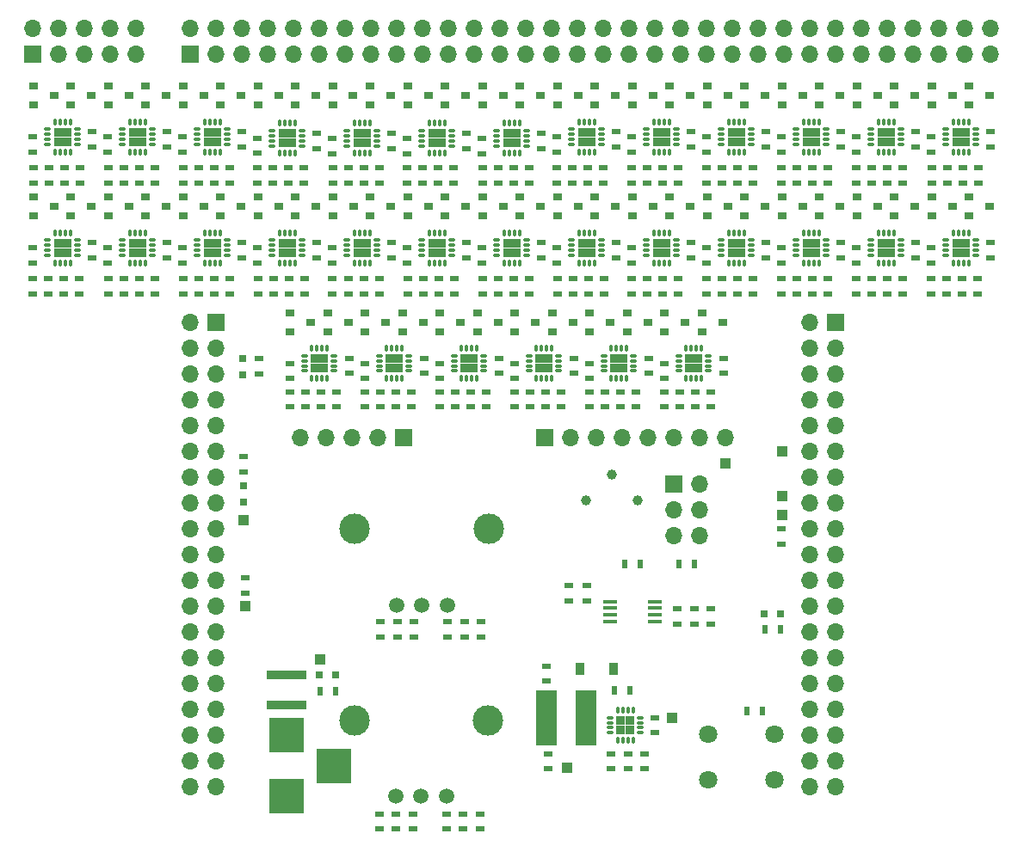
<source format=gbr>
G04 #@! TF.FileFunction,Soldermask,Top*
%FSLAX46Y46*%
G04 Gerber Fmt 4.6, Leading zero omitted, Abs format (unit mm)*
G04 Created by KiCad (PCBNEW 4.0.7-e2-6376~58~ubuntu17.04.1) date Mon Dec 11 10:41:26 2017*
%MOMM*%
%LPD*%
G01*
G04 APERTURE LIST*
%ADD10C,0.100000*%
%ADD11C,3.000000*%
%ADD12C,1.500000*%
%ADD13R,0.900000X0.500000*%
%ADD14C,1.800000*%
%ADD15R,0.800000X0.800000*%
%ADD16R,0.500000X0.900000*%
%ADD17R,1.000000X1.000000*%
%ADD18R,0.900000X1.200000*%
%ADD19O,0.750000X0.300000*%
%ADD20O,0.300000X0.750000*%
%ADD21R,0.900000X0.900000*%
%ADD22R,1.700000X1.700000*%
%ADD23O,1.700000X1.700000*%
%ADD24R,1.450000X0.450000*%
%ADD25R,2.150000X5.500000*%
%ADD26R,3.500000X3.500000*%
%ADD27C,1.000000*%
%ADD28R,0.900000X0.800000*%
%ADD29R,4.000000X0.900000*%
G04 APERTURE END LIST*
D10*
D11*
X34465000Y-52053000D03*
D12*
X43565000Y-59553000D03*
X38565000Y-59553000D03*
X41065000Y-59553000D03*
D11*
X47665000Y-52053000D03*
D13*
X40176000Y-81639000D03*
X40176000Y-80139000D03*
X36874000Y-81639000D03*
X36874000Y-80139000D03*
D14*
X75781000Y-72299000D03*
X75781000Y-76799000D03*
X69281000Y-72299000D03*
X69281000Y-76799000D03*
D13*
X2838000Y-18012000D03*
X2838000Y-16512000D03*
X38525000Y-81639000D03*
X38525000Y-80139000D03*
X24936000Y-28934000D03*
X24936000Y-27434000D03*
D15*
X23539000Y-49431000D03*
X23539000Y-47831000D03*
D13*
X23539000Y-46460000D03*
X23539000Y-44960000D03*
D16*
X73081000Y-70030500D03*
X74581000Y-70030500D03*
D13*
X46780000Y-81639000D03*
X46780000Y-80139000D03*
X45129000Y-81639000D03*
X45129000Y-80139000D03*
X37001000Y-62716000D03*
X37001000Y-61216000D03*
X45256000Y-62716000D03*
X45256000Y-61216000D03*
X46907000Y-62716000D03*
X46907000Y-61216000D03*
D17*
X31032000Y-64887000D03*
D18*
X56646000Y-65812000D03*
X59946000Y-65812000D03*
D19*
X7204000Y-25134000D03*
X7204000Y-24634000D03*
X7204000Y-24134000D03*
X7204000Y-23634000D03*
D20*
X6479000Y-22909000D03*
X5979000Y-22909000D03*
X5479000Y-22909000D03*
X4979000Y-22909000D03*
D19*
X4254000Y-23634000D03*
X4254000Y-24134000D03*
X4254000Y-24634000D03*
X4254000Y-25134000D03*
D20*
X4979000Y-25859000D03*
X5479000Y-25859000D03*
X5979000Y-25859000D03*
X6479000Y-25859000D03*
D21*
X5279000Y-23934000D03*
X5279000Y-24834000D03*
X6179000Y-23934000D03*
X6179000Y-24834000D03*
D13*
X66211000Y-59946000D03*
X66211000Y-61446000D03*
X67862000Y-59946000D03*
X67862000Y-61446000D03*
X69513000Y-59946000D03*
X69513000Y-61446000D03*
X59693000Y-74206000D03*
X59693000Y-75706000D03*
X61344000Y-74206000D03*
X61344000Y-75706000D03*
X62995000Y-74206000D03*
X62995000Y-75706000D03*
D15*
X30994000Y-66411000D03*
X32594000Y-66411000D03*
X23412000Y-36858000D03*
X23412000Y-35258000D03*
D22*
X18302000Y-5334000D03*
D23*
X18302000Y-2794000D03*
X20842000Y-5334000D03*
X20842000Y-2794000D03*
X23382000Y-5334000D03*
X23382000Y-2794000D03*
X25922000Y-5334000D03*
X25922000Y-2794000D03*
X28462000Y-5334000D03*
X28462000Y-2794000D03*
X31002000Y-5334000D03*
X31002000Y-2794000D03*
X33542000Y-5334000D03*
X33542000Y-2794000D03*
X36082000Y-5334000D03*
X36082000Y-2794000D03*
X38622000Y-5334000D03*
X38622000Y-2794000D03*
X41162000Y-5334000D03*
X41162000Y-2794000D03*
X43702000Y-5334000D03*
X43702000Y-2794000D03*
X46242000Y-5334000D03*
X46242000Y-2794000D03*
X48782000Y-5334000D03*
X48782000Y-2794000D03*
X51322000Y-5334000D03*
X51322000Y-2794000D03*
X53862000Y-5334000D03*
X53862000Y-2794000D03*
X56402000Y-5334000D03*
X56402000Y-2794000D03*
X58942000Y-5334000D03*
X58942000Y-2794000D03*
X61482000Y-5334000D03*
X61482000Y-2794000D03*
X64022000Y-5334000D03*
X64022000Y-2794000D03*
X66562000Y-5334000D03*
X66562000Y-2794000D03*
X69102000Y-5334000D03*
X69102000Y-2794000D03*
X71642000Y-5334000D03*
X71642000Y-2794000D03*
X74182000Y-5334000D03*
X74182000Y-2794000D03*
X76722000Y-5334000D03*
X76722000Y-2794000D03*
X79262000Y-5334000D03*
X79262000Y-2794000D03*
X81802000Y-5334000D03*
X81802000Y-2794000D03*
X84342000Y-5334000D03*
X84342000Y-2794000D03*
X86882000Y-5334000D03*
X86882000Y-2794000D03*
X89422000Y-5334000D03*
X89422000Y-2794000D03*
X91962000Y-5334000D03*
X91962000Y-2794000D03*
X94502000Y-5334000D03*
X94502000Y-2794000D03*
X97042000Y-5334000D03*
X97042000Y-2794000D03*
D22*
X65830000Y-47615000D03*
D23*
X68370000Y-47615000D03*
X65830000Y-50155000D03*
X68370000Y-50155000D03*
X65830000Y-52695000D03*
X68370000Y-52695000D03*
D22*
X39236200Y-43043000D03*
D23*
X36696200Y-43043000D03*
X34156200Y-43043000D03*
X31616200Y-43043000D03*
X29076200Y-43043000D03*
D22*
X2808000Y-5334000D03*
D23*
X2808000Y-2794000D03*
X5348000Y-5334000D03*
X5348000Y-2794000D03*
X7888000Y-5334000D03*
X7888000Y-2794000D03*
X10428000Y-5334000D03*
X10428000Y-2794000D03*
X12968000Y-5334000D03*
X12968000Y-2794000D03*
D22*
X20790000Y-31740000D03*
D23*
X18250000Y-31740000D03*
X20790000Y-34280000D03*
X18250000Y-34280000D03*
X20790000Y-36820000D03*
X18250000Y-36820000D03*
X20790000Y-39360000D03*
X18250000Y-39360000D03*
X20790000Y-41900000D03*
X18250000Y-41900000D03*
X20790000Y-44440000D03*
X18250000Y-44440000D03*
X20790000Y-46980000D03*
X18250000Y-46980000D03*
X20790000Y-49520000D03*
X18250000Y-49520000D03*
X20790000Y-52060000D03*
X18250000Y-52060000D03*
X20790000Y-54600000D03*
X18250000Y-54600000D03*
X20790000Y-57140000D03*
X18250000Y-57140000D03*
X20790000Y-59680000D03*
X18250000Y-59680000D03*
X20790000Y-62220000D03*
X18250000Y-62220000D03*
X20790000Y-64760000D03*
X18250000Y-64760000D03*
X20790000Y-67300000D03*
X18250000Y-67300000D03*
X20790000Y-69840000D03*
X18250000Y-69840000D03*
X20790000Y-72380000D03*
X18250000Y-72380000D03*
X20790000Y-74920000D03*
X18250000Y-74920000D03*
X20790000Y-77460000D03*
X18250000Y-77460000D03*
D22*
X81750000Y-31740000D03*
D23*
X79210000Y-31740000D03*
X81750000Y-34280000D03*
X79210000Y-34280000D03*
X81750000Y-36820000D03*
X79210000Y-36820000D03*
X81750000Y-39360000D03*
X79210000Y-39360000D03*
X81750000Y-41900000D03*
X79210000Y-41900000D03*
X81750000Y-44440000D03*
X79210000Y-44440000D03*
X81750000Y-46980000D03*
X79210000Y-46980000D03*
X81750000Y-49520000D03*
X79210000Y-49520000D03*
X81750000Y-52060000D03*
X79210000Y-52060000D03*
X81750000Y-54600000D03*
X79210000Y-54600000D03*
X81750000Y-57140000D03*
X79210000Y-57140000D03*
X81750000Y-59680000D03*
X79210000Y-59680000D03*
X81750000Y-62220000D03*
X79210000Y-62220000D03*
X81750000Y-64760000D03*
X79210000Y-64760000D03*
X81750000Y-67300000D03*
X79210000Y-67300000D03*
X81750000Y-69840000D03*
X79210000Y-69840000D03*
X81750000Y-72380000D03*
X79210000Y-72380000D03*
X81750000Y-74920000D03*
X79210000Y-74920000D03*
X81750000Y-77460000D03*
X79210000Y-77460000D03*
D13*
X57321000Y-57660000D03*
X57321000Y-59160000D03*
X55543000Y-57660000D03*
X55543000Y-59160000D03*
D16*
X61016000Y-55489000D03*
X62516000Y-55489000D03*
X67850000Y-55489000D03*
X66350000Y-55489000D03*
D13*
X5886000Y-18012000D03*
X5886000Y-16512000D03*
X7410000Y-18012000D03*
X7410000Y-16512000D03*
X8650000Y-14466000D03*
X8650000Y-12966000D03*
X2808000Y-14974000D03*
X2808000Y-13474000D03*
X4362000Y-18012000D03*
X4362000Y-16512000D03*
X5856000Y-28944000D03*
X5856000Y-27444000D03*
X7380000Y-28944000D03*
X7380000Y-27444000D03*
X8650000Y-25388000D03*
X8650000Y-23888000D03*
X2808000Y-25896000D03*
X2808000Y-24396000D03*
X2808000Y-28944000D03*
X2808000Y-27444000D03*
X4332000Y-28944000D03*
X4332000Y-27444000D03*
X13252000Y-18012000D03*
X13252000Y-16512000D03*
X14776000Y-18012000D03*
X14776000Y-16512000D03*
X16016000Y-14466000D03*
X16016000Y-12966000D03*
X10174000Y-14974000D03*
X10174000Y-13474000D03*
X10204000Y-18012000D03*
X10204000Y-16512000D03*
X11728000Y-18012000D03*
X11728000Y-16512000D03*
X13252000Y-28934000D03*
X13252000Y-27434000D03*
X14776000Y-28934000D03*
X14776000Y-27434000D03*
X16016000Y-25388000D03*
X16016000Y-23888000D03*
X10174000Y-25896000D03*
X10174000Y-24396000D03*
X10204000Y-28934000D03*
X10204000Y-27434000D03*
X11728000Y-28934000D03*
X11728000Y-27434000D03*
X20618000Y-18012000D03*
X20618000Y-16512000D03*
X22142000Y-18012000D03*
X22142000Y-16512000D03*
X23361200Y-14456000D03*
X23361200Y-12956000D03*
X17540000Y-14974000D03*
X17540000Y-13474000D03*
X17570000Y-18012000D03*
X17570000Y-16512000D03*
X19094000Y-18012000D03*
X19094000Y-16512000D03*
X20618000Y-28934000D03*
X20618000Y-27434000D03*
X22142000Y-28934000D03*
X22142000Y-27434000D03*
X23382000Y-25388000D03*
X23382000Y-23888000D03*
X17540000Y-25896000D03*
X17540000Y-24396000D03*
X17570000Y-28934000D03*
X17570000Y-27434000D03*
X19094000Y-28934000D03*
X19094000Y-27434000D03*
X27954000Y-18022000D03*
X27954000Y-16522000D03*
X29478000Y-18022000D03*
X29478000Y-16522000D03*
X30748000Y-14593000D03*
X30748000Y-13093000D03*
X24885200Y-15091000D03*
X24885200Y-13591000D03*
X24906000Y-18022000D03*
X24906000Y-16522000D03*
X26430000Y-18022000D03*
X26430000Y-16522000D03*
X27984000Y-28934000D03*
X27984000Y-27434000D03*
X29508000Y-28934000D03*
X29508000Y-27434000D03*
X30748000Y-25388000D03*
X30748000Y-23888000D03*
X24906000Y-25896000D03*
X24906000Y-24396000D03*
X26460000Y-28934000D03*
X26460000Y-27434000D03*
X35350000Y-18012000D03*
X35350000Y-16512000D03*
X36874000Y-18012000D03*
X36874000Y-16512000D03*
X38114000Y-14593000D03*
X38114000Y-13093000D03*
X32272000Y-15101000D03*
X32272000Y-13601000D03*
X32302000Y-18012000D03*
X32302000Y-16512000D03*
X33826000Y-18012000D03*
X33826000Y-16512000D03*
X35350000Y-28934000D03*
X35350000Y-27434000D03*
X36874000Y-28934000D03*
X36874000Y-27434000D03*
X38114000Y-25388000D03*
X38114000Y-23888000D03*
X32272000Y-25896000D03*
X32272000Y-24396000D03*
X32272000Y-28944000D03*
X32272000Y-27444000D03*
X33826000Y-28934000D03*
X33826000Y-27434000D03*
X42686000Y-18022000D03*
X42686000Y-16522000D03*
X44210000Y-18022000D03*
X44210000Y-16522000D03*
X45480000Y-14593000D03*
X45480000Y-13093000D03*
X39638000Y-15101000D03*
X39638000Y-13601000D03*
X39638000Y-18022000D03*
X39638000Y-16522000D03*
X41162000Y-18022000D03*
X41162000Y-16522000D03*
X42716000Y-28934000D03*
X42716000Y-27434000D03*
X44240000Y-28934000D03*
X44240000Y-27434000D03*
X45480000Y-25388000D03*
X45480000Y-23888000D03*
X39638000Y-25896000D03*
X39638000Y-24396000D03*
X39668000Y-28934000D03*
X39668000Y-27434000D03*
X41192000Y-28934000D03*
X41192000Y-27434000D03*
X50082000Y-18012000D03*
X50082000Y-16512000D03*
X51606000Y-18012000D03*
X51606000Y-16512000D03*
X52846000Y-14593000D03*
X52846000Y-13093000D03*
X47004000Y-15101000D03*
X47004000Y-13601000D03*
X47034000Y-18012000D03*
X47034000Y-16512000D03*
X48558000Y-18012000D03*
X48558000Y-16512000D03*
X50082000Y-28934000D03*
X50082000Y-27434000D03*
X51606000Y-28934000D03*
X51606000Y-27434000D03*
X52846000Y-25388000D03*
X52846000Y-23888000D03*
X47004000Y-25896000D03*
X47004000Y-24396000D03*
X47034000Y-28934000D03*
X47034000Y-27434000D03*
X48558000Y-28934000D03*
X48558000Y-27434000D03*
X57418000Y-18022000D03*
X57418000Y-16522000D03*
X58942000Y-18022000D03*
X58942000Y-16522000D03*
X60212000Y-14466000D03*
X60212000Y-12966000D03*
X54370000Y-14974000D03*
X54370000Y-13474000D03*
X54370000Y-18022000D03*
X54370000Y-16522000D03*
X55894000Y-18022000D03*
X55894000Y-16522000D03*
X57448000Y-28934000D03*
X57448000Y-27434000D03*
X58972000Y-28934000D03*
X58972000Y-27434000D03*
X60212000Y-25388000D03*
X60212000Y-23888000D03*
X54370000Y-25896000D03*
X54370000Y-24396000D03*
X54400000Y-28934000D03*
X54400000Y-27434000D03*
X55924000Y-28934000D03*
X55924000Y-27434000D03*
X67933600Y-40069200D03*
X67933600Y-38569200D03*
X69457600Y-40069200D03*
X69457600Y-38569200D03*
X70727600Y-36767200D03*
X70727600Y-35267200D03*
X64885600Y-37275200D03*
X64885600Y-35775200D03*
X64885600Y-40069200D03*
X64885600Y-38569200D03*
X66409600Y-40069200D03*
X66409600Y-38569200D03*
X60567600Y-40069200D03*
X60567600Y-38569200D03*
X62091600Y-40069200D03*
X62091600Y-38569200D03*
X63361600Y-36767200D03*
X63361600Y-35267200D03*
X57519600Y-37275200D03*
X57519600Y-35775200D03*
X57519600Y-40069200D03*
X57519600Y-38569200D03*
X59043600Y-40069200D03*
X59043600Y-38569200D03*
X53201600Y-40069200D03*
X53201600Y-38569200D03*
X54725600Y-40069200D03*
X54725600Y-38569200D03*
X55995600Y-36767200D03*
X55995600Y-35267200D03*
X50153600Y-37275200D03*
X50153600Y-35775200D03*
X50153600Y-40069200D03*
X50153600Y-38569200D03*
X51677600Y-40069200D03*
X51677600Y-38569200D03*
X45835600Y-40069200D03*
X45835600Y-38569200D03*
X47359600Y-40069200D03*
X47359600Y-38569200D03*
X48629600Y-36767200D03*
X48629600Y-35267200D03*
X42787600Y-37275200D03*
X42787600Y-35775200D03*
X42787600Y-40069200D03*
X42787600Y-38569200D03*
X44311600Y-40069200D03*
X44311600Y-38569200D03*
X38469600Y-40069200D03*
X38469600Y-38569200D03*
X39993600Y-40069200D03*
X39993600Y-38569200D03*
X41263600Y-36767200D03*
X41263600Y-35267200D03*
X35421600Y-37275200D03*
X35421600Y-35775200D03*
X35421600Y-40069200D03*
X35421600Y-38569200D03*
X36945600Y-40069200D03*
X36945600Y-38569200D03*
X31103600Y-40069200D03*
X31103600Y-38569200D03*
X32627600Y-40069200D03*
X32627600Y-38569200D03*
X33897600Y-36767200D03*
X33897600Y-35267200D03*
X28055600Y-37275200D03*
X28055600Y-35775200D03*
X28055600Y-40069200D03*
X28055600Y-38569200D03*
X29579600Y-40069200D03*
X29579600Y-38569200D03*
X94248000Y-28944000D03*
X94248000Y-27444000D03*
X95772000Y-28944000D03*
X95772000Y-27444000D03*
X97042000Y-25388000D03*
X97042000Y-23888000D03*
X91200000Y-25896000D03*
X91200000Y-24396000D03*
X91200000Y-28944000D03*
X91200000Y-27444000D03*
X92724000Y-28944000D03*
X92724000Y-27444000D03*
X94278000Y-18012000D03*
X94278000Y-16512000D03*
X95802000Y-18012000D03*
X95802000Y-16512000D03*
X97042000Y-14466000D03*
X97042000Y-12966000D03*
X91200000Y-14974000D03*
X91200000Y-13474000D03*
X91230000Y-18012000D03*
X91230000Y-16512000D03*
X92754000Y-18012000D03*
X92754000Y-16512000D03*
X86882000Y-28944000D03*
X86882000Y-27444000D03*
X88406000Y-28944000D03*
X88406000Y-27444000D03*
X89676000Y-25388000D03*
X89676000Y-23888000D03*
X83834000Y-25896000D03*
X83834000Y-24396000D03*
X83834000Y-28944000D03*
X83834000Y-27444000D03*
X85358000Y-28944000D03*
X85358000Y-27444000D03*
X86882000Y-18022000D03*
X86882000Y-16522000D03*
X88406000Y-18022000D03*
X88406000Y-16522000D03*
X89676000Y-14466000D03*
X89676000Y-12966000D03*
X83834000Y-14974000D03*
X83834000Y-13474000D03*
X83834000Y-18022000D03*
X83834000Y-16522000D03*
X85358000Y-18022000D03*
X85358000Y-16522000D03*
X79516000Y-28944000D03*
X79516000Y-27444000D03*
X81040000Y-28944000D03*
X81040000Y-27444000D03*
X82310000Y-25388000D03*
X82310000Y-23888000D03*
X76468000Y-25896000D03*
X76468000Y-24396000D03*
X76468000Y-28944000D03*
X76468000Y-27444000D03*
X77992000Y-28944000D03*
X77992000Y-27444000D03*
X79516000Y-18022000D03*
X79516000Y-16522000D03*
X81040000Y-18022000D03*
X81040000Y-16522000D03*
X82310000Y-14466000D03*
X82310000Y-12966000D03*
X76468000Y-14974000D03*
X76468000Y-13474000D03*
X76468000Y-18022000D03*
X76468000Y-16522000D03*
X77992000Y-18022000D03*
X77992000Y-16522000D03*
X72150000Y-28944000D03*
X72150000Y-27444000D03*
X73674000Y-28944000D03*
X73674000Y-27444000D03*
X74944000Y-25388000D03*
X74944000Y-23888000D03*
X69102000Y-25896000D03*
X69102000Y-24396000D03*
X69102000Y-28944000D03*
X69102000Y-27444000D03*
X70626000Y-28944000D03*
X70626000Y-27444000D03*
X72150000Y-18022000D03*
X72150000Y-16522000D03*
X73674000Y-18022000D03*
X73674000Y-16522000D03*
X74923200Y-14456000D03*
X74923200Y-12956000D03*
X69102000Y-14974000D03*
X69102000Y-13474000D03*
X69102000Y-18022000D03*
X69102000Y-16522000D03*
X70626000Y-18022000D03*
X70626000Y-16522000D03*
X64784000Y-28944000D03*
X64784000Y-27444000D03*
X66308000Y-28944000D03*
X66308000Y-27444000D03*
X67578000Y-25388000D03*
X67578000Y-23888000D03*
X61736000Y-25896000D03*
X61736000Y-24396000D03*
X61736000Y-28944000D03*
X61736000Y-27444000D03*
X63260000Y-28944000D03*
X63260000Y-27444000D03*
X64784000Y-18022000D03*
X64784000Y-16522000D03*
X66308000Y-18022000D03*
X66308000Y-16522000D03*
X67578000Y-14466000D03*
X67578000Y-12966000D03*
X61736000Y-14974000D03*
X61736000Y-13474000D03*
X61736000Y-18022000D03*
X61736000Y-16522000D03*
X63260000Y-18022000D03*
X63260000Y-16522000D03*
X64011000Y-72150000D03*
X64011000Y-70650000D03*
D16*
X32544000Y-68062000D03*
X31044000Y-68062000D03*
D13*
X25063000Y-35308000D03*
X25063000Y-36808000D03*
X23666000Y-56898000D03*
X23666000Y-58398000D03*
X76468000Y-53582000D03*
X76468000Y-52082000D03*
X43478000Y-81639000D03*
X43478000Y-80139000D03*
X43605000Y-62716000D03*
X43605000Y-61216000D03*
X40303000Y-62716000D03*
X40303000Y-61216000D03*
X38652000Y-62716000D03*
X38652000Y-61216000D03*
D17*
X65662000Y-70638000D03*
X23539000Y-51171000D03*
X55375000Y-75591000D03*
X76498000Y-48821500D03*
X76498000Y-44440000D03*
X23666000Y-59680000D03*
X76498000Y-50663000D03*
D19*
X14570000Y-14212000D03*
X14570000Y-13712000D03*
X14570000Y-13212000D03*
X14570000Y-12712000D03*
D20*
X13845000Y-11987000D03*
X13345000Y-11987000D03*
X12845000Y-11987000D03*
X12345000Y-11987000D03*
D19*
X11620000Y-12712000D03*
X11620000Y-13212000D03*
X11620000Y-13712000D03*
X11620000Y-14212000D03*
D20*
X12345000Y-14937000D03*
X12845000Y-14937000D03*
X13345000Y-14937000D03*
X13845000Y-14937000D03*
D21*
X12645000Y-13012000D03*
X12645000Y-13912000D03*
X13545000Y-13012000D03*
X13545000Y-13912000D03*
D19*
X14570000Y-25134000D03*
X14570000Y-24634000D03*
X14570000Y-24134000D03*
X14570000Y-23634000D03*
D20*
X13845000Y-22909000D03*
X13345000Y-22909000D03*
X12845000Y-22909000D03*
X12345000Y-22909000D03*
D19*
X11620000Y-23634000D03*
X11620000Y-24134000D03*
X11620000Y-24634000D03*
X11620000Y-25134000D03*
D20*
X12345000Y-25859000D03*
X12845000Y-25859000D03*
X13345000Y-25859000D03*
X13845000Y-25859000D03*
D21*
X12645000Y-23934000D03*
X12645000Y-24834000D03*
X13545000Y-23934000D03*
X13545000Y-24834000D03*
D19*
X21936000Y-14212000D03*
X21936000Y-13712000D03*
X21936000Y-13212000D03*
X21936000Y-12712000D03*
D20*
X21211000Y-11987000D03*
X20711000Y-11987000D03*
X20211000Y-11987000D03*
X19711000Y-11987000D03*
D19*
X18986000Y-12712000D03*
X18986000Y-13212000D03*
X18986000Y-13712000D03*
X18986000Y-14212000D03*
D20*
X19711000Y-14937000D03*
X20211000Y-14937000D03*
X20711000Y-14937000D03*
X21211000Y-14937000D03*
D21*
X20011000Y-13012000D03*
X20011000Y-13912000D03*
X20911000Y-13012000D03*
X20911000Y-13912000D03*
D19*
X21936000Y-25134000D03*
X21936000Y-24634000D03*
X21936000Y-24134000D03*
X21936000Y-23634000D03*
D20*
X21211000Y-22909000D03*
X20711000Y-22909000D03*
X20211000Y-22909000D03*
X19711000Y-22909000D03*
D19*
X18986000Y-23634000D03*
X18986000Y-24134000D03*
X18986000Y-24634000D03*
X18986000Y-25134000D03*
D20*
X19711000Y-25859000D03*
X20211000Y-25859000D03*
X20711000Y-25859000D03*
X21211000Y-25859000D03*
D21*
X20011000Y-23934000D03*
X20011000Y-24834000D03*
X20911000Y-23934000D03*
X20911000Y-24834000D03*
D19*
X29302000Y-14339000D03*
X29302000Y-13839000D03*
X29302000Y-13339000D03*
X29302000Y-12839000D03*
D20*
X28577000Y-12114000D03*
X28077000Y-12114000D03*
X27577000Y-12114000D03*
X27077000Y-12114000D03*
D19*
X26352000Y-12839000D03*
X26352000Y-13339000D03*
X26352000Y-13839000D03*
X26352000Y-14339000D03*
D20*
X27077000Y-15064000D03*
X27577000Y-15064000D03*
X28077000Y-15064000D03*
X28577000Y-15064000D03*
D21*
X27377000Y-13139000D03*
X27377000Y-14039000D03*
X28277000Y-13139000D03*
X28277000Y-14039000D03*
D19*
X29302000Y-25134000D03*
X29302000Y-24634000D03*
X29302000Y-24134000D03*
X29302000Y-23634000D03*
D20*
X28577000Y-22909000D03*
X28077000Y-22909000D03*
X27577000Y-22909000D03*
X27077000Y-22909000D03*
D19*
X26352000Y-23634000D03*
X26352000Y-24134000D03*
X26352000Y-24634000D03*
X26352000Y-25134000D03*
D20*
X27077000Y-25859000D03*
X27577000Y-25859000D03*
X28077000Y-25859000D03*
X28577000Y-25859000D03*
D21*
X27377000Y-23934000D03*
X27377000Y-24834000D03*
X28277000Y-23934000D03*
X28277000Y-24834000D03*
D19*
X36668000Y-14339000D03*
X36668000Y-13839000D03*
X36668000Y-13339000D03*
X36668000Y-12839000D03*
D20*
X35943000Y-12114000D03*
X35443000Y-12114000D03*
X34943000Y-12114000D03*
X34443000Y-12114000D03*
D19*
X33718000Y-12839000D03*
X33718000Y-13339000D03*
X33718000Y-13839000D03*
X33718000Y-14339000D03*
D20*
X34443000Y-15064000D03*
X34943000Y-15064000D03*
X35443000Y-15064000D03*
X35943000Y-15064000D03*
D21*
X34743000Y-13139000D03*
X34743000Y-14039000D03*
X35643000Y-13139000D03*
X35643000Y-14039000D03*
D19*
X36668000Y-25134000D03*
X36668000Y-24634000D03*
X36668000Y-24134000D03*
X36668000Y-23634000D03*
D20*
X35943000Y-22909000D03*
X35443000Y-22909000D03*
X34943000Y-22909000D03*
X34443000Y-22909000D03*
D19*
X33718000Y-23634000D03*
X33718000Y-24134000D03*
X33718000Y-24634000D03*
X33718000Y-25134000D03*
D20*
X34443000Y-25859000D03*
X34943000Y-25859000D03*
X35443000Y-25859000D03*
X35943000Y-25859000D03*
D21*
X34743000Y-23934000D03*
X34743000Y-24834000D03*
X35643000Y-23934000D03*
X35643000Y-24834000D03*
D19*
X44034000Y-14339000D03*
X44034000Y-13839000D03*
X44034000Y-13339000D03*
X44034000Y-12839000D03*
D20*
X43309000Y-12114000D03*
X42809000Y-12114000D03*
X42309000Y-12114000D03*
X41809000Y-12114000D03*
D19*
X41084000Y-12839000D03*
X41084000Y-13339000D03*
X41084000Y-13839000D03*
X41084000Y-14339000D03*
D20*
X41809000Y-15064000D03*
X42309000Y-15064000D03*
X42809000Y-15064000D03*
X43309000Y-15064000D03*
D21*
X42109000Y-13139000D03*
X42109000Y-14039000D03*
X43009000Y-13139000D03*
X43009000Y-14039000D03*
D19*
X44034000Y-25134000D03*
X44034000Y-24634000D03*
X44034000Y-24134000D03*
X44034000Y-23634000D03*
D20*
X43309000Y-22909000D03*
X42809000Y-22909000D03*
X42309000Y-22909000D03*
X41809000Y-22909000D03*
D19*
X41084000Y-23634000D03*
X41084000Y-24134000D03*
X41084000Y-24634000D03*
X41084000Y-25134000D03*
D20*
X41809000Y-25859000D03*
X42309000Y-25859000D03*
X42809000Y-25859000D03*
X43309000Y-25859000D03*
D21*
X42109000Y-23934000D03*
X42109000Y-24834000D03*
X43009000Y-23934000D03*
X43009000Y-24834000D03*
D19*
X51400000Y-14339000D03*
X51400000Y-13839000D03*
X51400000Y-13339000D03*
X51400000Y-12839000D03*
D20*
X50675000Y-12114000D03*
X50175000Y-12114000D03*
X49675000Y-12114000D03*
X49175000Y-12114000D03*
D19*
X48450000Y-12839000D03*
X48450000Y-13339000D03*
X48450000Y-13839000D03*
X48450000Y-14339000D03*
D20*
X49175000Y-15064000D03*
X49675000Y-15064000D03*
X50175000Y-15064000D03*
X50675000Y-15064000D03*
D21*
X49475000Y-13139000D03*
X49475000Y-14039000D03*
X50375000Y-13139000D03*
X50375000Y-14039000D03*
D19*
X51400000Y-25134000D03*
X51400000Y-24634000D03*
X51400000Y-24134000D03*
X51400000Y-23634000D03*
D20*
X50675000Y-22909000D03*
X50175000Y-22909000D03*
X49675000Y-22909000D03*
X49175000Y-22909000D03*
D19*
X48450000Y-23634000D03*
X48450000Y-24134000D03*
X48450000Y-24634000D03*
X48450000Y-25134000D03*
D20*
X49175000Y-25859000D03*
X49675000Y-25859000D03*
X50175000Y-25859000D03*
X50675000Y-25859000D03*
D21*
X49475000Y-23934000D03*
X49475000Y-24834000D03*
X50375000Y-23934000D03*
X50375000Y-24834000D03*
D19*
X58766000Y-14212000D03*
X58766000Y-13712000D03*
X58766000Y-13212000D03*
X58766000Y-12712000D03*
D20*
X58041000Y-11987000D03*
X57541000Y-11987000D03*
X57041000Y-11987000D03*
X56541000Y-11987000D03*
D19*
X55816000Y-12712000D03*
X55816000Y-13212000D03*
X55816000Y-13712000D03*
X55816000Y-14212000D03*
D20*
X56541000Y-14937000D03*
X57041000Y-14937000D03*
X57541000Y-14937000D03*
X58041000Y-14937000D03*
D21*
X56841000Y-13012000D03*
X56841000Y-13912000D03*
X57741000Y-13012000D03*
X57741000Y-13912000D03*
D19*
X58766000Y-25134000D03*
X58766000Y-24634000D03*
X58766000Y-24134000D03*
X58766000Y-23634000D03*
D20*
X58041000Y-22909000D03*
X57541000Y-22909000D03*
X57041000Y-22909000D03*
X56541000Y-22909000D03*
D19*
X55816000Y-23634000D03*
X55816000Y-24134000D03*
X55816000Y-24634000D03*
X55816000Y-25134000D03*
D20*
X56541000Y-25859000D03*
X57041000Y-25859000D03*
X57541000Y-25859000D03*
X58041000Y-25859000D03*
D21*
X56841000Y-23934000D03*
X56841000Y-24834000D03*
X57741000Y-23934000D03*
X57741000Y-24834000D03*
D19*
X66132000Y-14212000D03*
X66132000Y-13712000D03*
X66132000Y-13212000D03*
X66132000Y-12712000D03*
D20*
X65407000Y-11987000D03*
X64907000Y-11987000D03*
X64407000Y-11987000D03*
X63907000Y-11987000D03*
D19*
X63182000Y-12712000D03*
X63182000Y-13212000D03*
X63182000Y-13712000D03*
X63182000Y-14212000D03*
D20*
X63907000Y-14937000D03*
X64407000Y-14937000D03*
X64907000Y-14937000D03*
X65407000Y-14937000D03*
D21*
X64207000Y-13012000D03*
X64207000Y-13912000D03*
X65107000Y-13012000D03*
X65107000Y-13912000D03*
D19*
X66132000Y-25134000D03*
X66132000Y-24634000D03*
X66132000Y-24134000D03*
X66132000Y-23634000D03*
D20*
X65407000Y-22909000D03*
X64907000Y-22909000D03*
X64407000Y-22909000D03*
X63907000Y-22909000D03*
D19*
X63182000Y-23634000D03*
X63182000Y-24134000D03*
X63182000Y-24634000D03*
X63182000Y-25134000D03*
D20*
X63907000Y-25859000D03*
X64407000Y-25859000D03*
X64907000Y-25859000D03*
X65407000Y-25859000D03*
D21*
X64207000Y-23934000D03*
X64207000Y-24834000D03*
X65107000Y-23934000D03*
X65107000Y-24834000D03*
D19*
X73498000Y-14212000D03*
X73498000Y-13712000D03*
X73498000Y-13212000D03*
X73498000Y-12712000D03*
D20*
X72773000Y-11987000D03*
X72273000Y-11987000D03*
X71773000Y-11987000D03*
X71273000Y-11987000D03*
D19*
X70548000Y-12712000D03*
X70548000Y-13212000D03*
X70548000Y-13712000D03*
X70548000Y-14212000D03*
D20*
X71273000Y-14937000D03*
X71773000Y-14937000D03*
X72273000Y-14937000D03*
X72773000Y-14937000D03*
D21*
X71573000Y-13012000D03*
X71573000Y-13912000D03*
X72473000Y-13012000D03*
X72473000Y-13912000D03*
D19*
X73498000Y-25134000D03*
X73498000Y-24634000D03*
X73498000Y-24134000D03*
X73498000Y-23634000D03*
D20*
X72773000Y-22909000D03*
X72273000Y-22909000D03*
X71773000Y-22909000D03*
X71273000Y-22909000D03*
D19*
X70548000Y-23634000D03*
X70548000Y-24134000D03*
X70548000Y-24634000D03*
X70548000Y-25134000D03*
D20*
X71273000Y-25859000D03*
X71773000Y-25859000D03*
X72273000Y-25859000D03*
X72773000Y-25859000D03*
D21*
X71573000Y-23934000D03*
X71573000Y-24834000D03*
X72473000Y-23934000D03*
X72473000Y-24834000D03*
D19*
X80864000Y-14212000D03*
X80864000Y-13712000D03*
X80864000Y-13212000D03*
X80864000Y-12712000D03*
D20*
X80139000Y-11987000D03*
X79639000Y-11987000D03*
X79139000Y-11987000D03*
X78639000Y-11987000D03*
D19*
X77914000Y-12712000D03*
X77914000Y-13212000D03*
X77914000Y-13712000D03*
X77914000Y-14212000D03*
D20*
X78639000Y-14937000D03*
X79139000Y-14937000D03*
X79639000Y-14937000D03*
X80139000Y-14937000D03*
D21*
X78939000Y-13012000D03*
X78939000Y-13912000D03*
X79839000Y-13012000D03*
X79839000Y-13912000D03*
D19*
X80864000Y-25134000D03*
X80864000Y-24634000D03*
X80864000Y-24134000D03*
X80864000Y-23634000D03*
D20*
X80139000Y-22909000D03*
X79639000Y-22909000D03*
X79139000Y-22909000D03*
X78639000Y-22909000D03*
D19*
X77914000Y-23634000D03*
X77914000Y-24134000D03*
X77914000Y-24634000D03*
X77914000Y-25134000D03*
D20*
X78639000Y-25859000D03*
X79139000Y-25859000D03*
X79639000Y-25859000D03*
X80139000Y-25859000D03*
D21*
X78939000Y-23934000D03*
X78939000Y-24834000D03*
X79839000Y-23934000D03*
X79839000Y-24834000D03*
D19*
X88230000Y-14212000D03*
X88230000Y-13712000D03*
X88230000Y-13212000D03*
X88230000Y-12712000D03*
D20*
X87505000Y-11987000D03*
X87005000Y-11987000D03*
X86505000Y-11987000D03*
X86005000Y-11987000D03*
D19*
X85280000Y-12712000D03*
X85280000Y-13212000D03*
X85280000Y-13712000D03*
X85280000Y-14212000D03*
D20*
X86005000Y-14937000D03*
X86505000Y-14937000D03*
X87005000Y-14937000D03*
X87505000Y-14937000D03*
D21*
X86305000Y-13012000D03*
X86305000Y-13912000D03*
X87205000Y-13012000D03*
X87205000Y-13912000D03*
D19*
X88230000Y-25134000D03*
X88230000Y-24634000D03*
X88230000Y-24134000D03*
X88230000Y-23634000D03*
D20*
X87505000Y-22909000D03*
X87005000Y-22909000D03*
X86505000Y-22909000D03*
X86005000Y-22909000D03*
D19*
X85280000Y-23634000D03*
X85280000Y-24134000D03*
X85280000Y-24634000D03*
X85280000Y-25134000D03*
D20*
X86005000Y-25859000D03*
X86505000Y-25859000D03*
X87005000Y-25859000D03*
X87505000Y-25859000D03*
D21*
X86305000Y-23934000D03*
X86305000Y-24834000D03*
X87205000Y-23934000D03*
X87205000Y-24834000D03*
D19*
X95596000Y-14212000D03*
X95596000Y-13712000D03*
X95596000Y-13212000D03*
X95596000Y-12712000D03*
D20*
X94871000Y-11987000D03*
X94371000Y-11987000D03*
X93871000Y-11987000D03*
X93371000Y-11987000D03*
D19*
X92646000Y-12712000D03*
X92646000Y-13212000D03*
X92646000Y-13712000D03*
X92646000Y-14212000D03*
D20*
X93371000Y-14937000D03*
X93871000Y-14937000D03*
X94371000Y-14937000D03*
X94871000Y-14937000D03*
D21*
X93671000Y-13012000D03*
X93671000Y-13912000D03*
X94571000Y-13012000D03*
X94571000Y-13912000D03*
D19*
X95596000Y-25134000D03*
X95596000Y-24634000D03*
X95596000Y-24134000D03*
X95596000Y-23634000D03*
D20*
X94871000Y-22909000D03*
X94371000Y-22909000D03*
X93871000Y-22909000D03*
X93371000Y-22909000D03*
D19*
X92646000Y-23634000D03*
X92646000Y-24134000D03*
X92646000Y-24634000D03*
X92646000Y-25134000D03*
D20*
X93371000Y-25859000D03*
X93871000Y-25859000D03*
X94371000Y-25859000D03*
X94871000Y-25859000D03*
D21*
X93671000Y-23934000D03*
X93671000Y-24834000D03*
X94571000Y-23934000D03*
X94571000Y-24834000D03*
D19*
X32451600Y-36513200D03*
X32451600Y-36013200D03*
X32451600Y-35513200D03*
X32451600Y-35013200D03*
D20*
X31726600Y-34288200D03*
X31226600Y-34288200D03*
X30726600Y-34288200D03*
X30226600Y-34288200D03*
D19*
X29501600Y-35013200D03*
X29501600Y-35513200D03*
X29501600Y-36013200D03*
X29501600Y-36513200D03*
D20*
X30226600Y-37238200D03*
X30726600Y-37238200D03*
X31226600Y-37238200D03*
X31726600Y-37238200D03*
D21*
X30526600Y-35313200D03*
X30526600Y-36213200D03*
X31426600Y-35313200D03*
X31426600Y-36213200D03*
D19*
X39817600Y-36513200D03*
X39817600Y-36013200D03*
X39817600Y-35513200D03*
X39817600Y-35013200D03*
D20*
X39092600Y-34288200D03*
X38592600Y-34288200D03*
X38092600Y-34288200D03*
X37592600Y-34288200D03*
D19*
X36867600Y-35013200D03*
X36867600Y-35513200D03*
X36867600Y-36013200D03*
X36867600Y-36513200D03*
D20*
X37592600Y-37238200D03*
X38092600Y-37238200D03*
X38592600Y-37238200D03*
X39092600Y-37238200D03*
D21*
X37892600Y-35313200D03*
X37892600Y-36213200D03*
X38792600Y-35313200D03*
X38792600Y-36213200D03*
D19*
X47183600Y-36513200D03*
X47183600Y-36013200D03*
X47183600Y-35513200D03*
X47183600Y-35013200D03*
D20*
X46458600Y-34288200D03*
X45958600Y-34288200D03*
X45458600Y-34288200D03*
X44958600Y-34288200D03*
D19*
X44233600Y-35013200D03*
X44233600Y-35513200D03*
X44233600Y-36013200D03*
X44233600Y-36513200D03*
D20*
X44958600Y-37238200D03*
X45458600Y-37238200D03*
X45958600Y-37238200D03*
X46458600Y-37238200D03*
D21*
X45258600Y-35313200D03*
X45258600Y-36213200D03*
X46158600Y-35313200D03*
X46158600Y-36213200D03*
D19*
X54549600Y-36513200D03*
X54549600Y-36013200D03*
X54549600Y-35513200D03*
X54549600Y-35013200D03*
D20*
X53824600Y-34288200D03*
X53324600Y-34288200D03*
X52824600Y-34288200D03*
X52324600Y-34288200D03*
D19*
X51599600Y-35013200D03*
X51599600Y-35513200D03*
X51599600Y-36013200D03*
X51599600Y-36513200D03*
D20*
X52324600Y-37238200D03*
X52824600Y-37238200D03*
X53324600Y-37238200D03*
X53824600Y-37238200D03*
D21*
X52624600Y-35313200D03*
X52624600Y-36213200D03*
X53524600Y-35313200D03*
X53524600Y-36213200D03*
D19*
X61915600Y-36513200D03*
X61915600Y-36013200D03*
X61915600Y-35513200D03*
X61915600Y-35013200D03*
D20*
X61190600Y-34288200D03*
X60690600Y-34288200D03*
X60190600Y-34288200D03*
X59690600Y-34288200D03*
D19*
X58965600Y-35013200D03*
X58965600Y-35513200D03*
X58965600Y-36013200D03*
X58965600Y-36513200D03*
D20*
X59690600Y-37238200D03*
X60190600Y-37238200D03*
X60690600Y-37238200D03*
X61190600Y-37238200D03*
D21*
X59990600Y-35313200D03*
X59990600Y-36213200D03*
X60890600Y-35313200D03*
X60890600Y-36213200D03*
D19*
X69281600Y-36513200D03*
X69281600Y-36013200D03*
X69281600Y-35513200D03*
X69281600Y-35013200D03*
D20*
X68556600Y-34288200D03*
X68056600Y-34288200D03*
X67556600Y-34288200D03*
X67056600Y-34288200D03*
D19*
X66331600Y-35013200D03*
X66331600Y-35513200D03*
X66331600Y-36013200D03*
X66331600Y-36513200D03*
D20*
X67056600Y-37238200D03*
X67556600Y-37238200D03*
X68056600Y-37238200D03*
X68556600Y-37238200D03*
D21*
X67356600Y-35313200D03*
X67356600Y-36213200D03*
X68256600Y-35313200D03*
X68256600Y-36213200D03*
D20*
X60340000Y-72875000D03*
X60840000Y-72875000D03*
X61340000Y-72875000D03*
X61840000Y-72875000D03*
D19*
X62565000Y-72150000D03*
X62565000Y-71650000D03*
X62565000Y-71150000D03*
X62565000Y-70650000D03*
D20*
X61840000Y-69925000D03*
X61340000Y-69925000D03*
X60840000Y-69925000D03*
X60340000Y-69925000D03*
D19*
X59615000Y-70650000D03*
X59615000Y-71150000D03*
X59615000Y-71650000D03*
X59615000Y-72150000D03*
D21*
X61540000Y-70950000D03*
X60640000Y-70950000D03*
X61540000Y-71850000D03*
X60640000Y-71850000D03*
D19*
X7204000Y-14212000D03*
X7204000Y-13712000D03*
X7204000Y-13212000D03*
X7204000Y-12712000D03*
D20*
X6479000Y-11987000D03*
X5979000Y-11987000D03*
X5479000Y-11987000D03*
X4979000Y-11987000D03*
D19*
X4254000Y-12712000D03*
X4254000Y-13212000D03*
X4254000Y-13712000D03*
X4254000Y-14212000D03*
D20*
X4979000Y-14937000D03*
X5479000Y-14937000D03*
X5979000Y-14937000D03*
X6479000Y-14937000D03*
D21*
X5279000Y-13012000D03*
X5279000Y-13912000D03*
X6179000Y-13012000D03*
X6179000Y-13912000D03*
D24*
X59566000Y-59213000D03*
X59566000Y-59863000D03*
X59566000Y-60513000D03*
X59566000Y-61163000D03*
X63966000Y-61163000D03*
X63966000Y-60513000D03*
X63966000Y-59863000D03*
X63966000Y-59213000D03*
D16*
X60022500Y-67971000D03*
X61522500Y-67971000D03*
D13*
X53343000Y-67070000D03*
X53343000Y-65570000D03*
X53470000Y-74206000D03*
X53470000Y-75706000D03*
D25*
X53362000Y-70638000D03*
X57212000Y-70638000D03*
D11*
X34400000Y-70900000D03*
D12*
X43500000Y-78400000D03*
X38500000Y-78400000D03*
X41000000Y-78400000D03*
D11*
X47600000Y-70900000D03*
D22*
X53130000Y-43043000D03*
D23*
X55670000Y-43043000D03*
X58210000Y-43043000D03*
X60750000Y-43043000D03*
X63290000Y-43043000D03*
X65830000Y-43043000D03*
X68370000Y-43043000D03*
X70910000Y-43043000D03*
D26*
X27730000Y-72380000D03*
X27730000Y-78380000D03*
X32430000Y-75380000D03*
D27*
X62274000Y-49266000D03*
X57194000Y-49266000D03*
X59734000Y-46726000D03*
D17*
X70910000Y-45583000D03*
D28*
X6537000Y-8438000D03*
X6537000Y-10338000D03*
X8537000Y-9388000D03*
X2854000Y-8438000D03*
X2854000Y-10338000D03*
X4854000Y-9388000D03*
X6537000Y-19360000D03*
X6537000Y-21260000D03*
X8537000Y-20310000D03*
X2854000Y-19360000D03*
X2854000Y-21260000D03*
X4854000Y-20310000D03*
X13903000Y-8438000D03*
X13903000Y-10338000D03*
X15903000Y-9388000D03*
X10220000Y-8438000D03*
X10220000Y-10338000D03*
X12220000Y-9388000D03*
X13903000Y-19360000D03*
X13903000Y-21260000D03*
X15903000Y-20310000D03*
X10220000Y-19360000D03*
X10220000Y-21260000D03*
X12220000Y-20310000D03*
X21269000Y-8438000D03*
X21269000Y-10338000D03*
X23269000Y-9388000D03*
X17586000Y-8438000D03*
X17586000Y-10338000D03*
X19586000Y-9388000D03*
X21269000Y-19360000D03*
X21269000Y-21260000D03*
X23269000Y-20310000D03*
X17586000Y-19360000D03*
X17586000Y-21260000D03*
X19586000Y-20310000D03*
X28635000Y-8438000D03*
X28635000Y-10338000D03*
X30635000Y-9388000D03*
X24952000Y-8438000D03*
X24952000Y-10338000D03*
X26952000Y-9388000D03*
X28635000Y-19360000D03*
X28635000Y-21260000D03*
X30635000Y-20310000D03*
X24952000Y-19360000D03*
X24952000Y-21260000D03*
X26952000Y-20310000D03*
X35975600Y-8438000D03*
X35975600Y-10338000D03*
X37975600Y-9388000D03*
X32292600Y-8438000D03*
X32292600Y-10338000D03*
X34292600Y-9388000D03*
X36001000Y-19360000D03*
X36001000Y-21260000D03*
X38001000Y-20310000D03*
X32318000Y-19360000D03*
X32318000Y-21260000D03*
X34318000Y-20310000D03*
X43367000Y-8438000D03*
X43367000Y-10338000D03*
X45367000Y-9388000D03*
X39684000Y-8438000D03*
X39684000Y-10338000D03*
X41684000Y-9388000D03*
X43367000Y-19360000D03*
X43367000Y-21260000D03*
X45367000Y-20310000D03*
X39684000Y-19360000D03*
X39684000Y-21260000D03*
X41684000Y-20310000D03*
X50733000Y-8438000D03*
X50733000Y-10338000D03*
X52733000Y-9388000D03*
X47050000Y-8438000D03*
X47050000Y-10338000D03*
X49050000Y-9388000D03*
X50733000Y-19360000D03*
X50733000Y-21260000D03*
X52733000Y-20310000D03*
X47050000Y-19360000D03*
X47050000Y-21260000D03*
X49050000Y-20310000D03*
X58099000Y-8438000D03*
X58099000Y-10338000D03*
X60099000Y-9388000D03*
X54416000Y-8438000D03*
X54416000Y-10338000D03*
X56416000Y-9388000D03*
X58099000Y-19360000D03*
X58099000Y-21260000D03*
X60099000Y-20310000D03*
X54416000Y-19360000D03*
X54416000Y-21260000D03*
X56416000Y-20310000D03*
X65465000Y-8438000D03*
X65465000Y-10338000D03*
X67465000Y-9388000D03*
X61782000Y-8438000D03*
X61782000Y-10338000D03*
X63782000Y-9388000D03*
X65465000Y-19360000D03*
X65465000Y-21260000D03*
X67465000Y-20310000D03*
X61782000Y-19360000D03*
X61782000Y-21260000D03*
X63782000Y-20310000D03*
X72831000Y-8438000D03*
X72831000Y-10338000D03*
X74831000Y-9388000D03*
X69148000Y-8438000D03*
X69148000Y-10338000D03*
X71148000Y-9388000D03*
X72831000Y-19360000D03*
X72831000Y-21260000D03*
X74831000Y-20310000D03*
X69148000Y-19360000D03*
X69148000Y-21260000D03*
X71148000Y-20310000D03*
X80197000Y-8438000D03*
X80197000Y-10338000D03*
X82197000Y-9388000D03*
X76514000Y-8438000D03*
X76514000Y-10338000D03*
X78514000Y-9388000D03*
X80197000Y-19360000D03*
X80197000Y-21260000D03*
X82197000Y-20310000D03*
X76514000Y-19360000D03*
X76514000Y-21260000D03*
X78514000Y-20310000D03*
X87563000Y-8438000D03*
X87563000Y-10338000D03*
X89563000Y-9388000D03*
X83880000Y-8438000D03*
X83880000Y-10338000D03*
X85880000Y-9388000D03*
X87563000Y-19360000D03*
X87563000Y-21260000D03*
X89563000Y-20310000D03*
X83880000Y-19360000D03*
X83880000Y-21260000D03*
X85880000Y-20310000D03*
X94929000Y-8438000D03*
X94929000Y-10338000D03*
X96929000Y-9388000D03*
X91246000Y-8438000D03*
X91246000Y-10338000D03*
X93246000Y-9388000D03*
X94929000Y-19360000D03*
X94929000Y-21260000D03*
X96929000Y-20310000D03*
X91246000Y-19360000D03*
X91246000Y-21260000D03*
X93246000Y-20310000D03*
X31810000Y-30790000D03*
X31810000Y-32690000D03*
X33810000Y-31740000D03*
X28127000Y-30790000D03*
X28127000Y-32690000D03*
X30127000Y-31740000D03*
X39176000Y-30790000D03*
X39176000Y-32690000D03*
X41176000Y-31740000D03*
X35493000Y-30790000D03*
X35493000Y-32690000D03*
X37493000Y-31740000D03*
X46542000Y-30790000D03*
X46542000Y-32690000D03*
X48542000Y-31740000D03*
X42859000Y-30790000D03*
X42859000Y-32690000D03*
X44859000Y-31740000D03*
X53908000Y-30790000D03*
X53908000Y-32690000D03*
X55908000Y-31740000D03*
X50225000Y-30790000D03*
X50225000Y-32690000D03*
X52225000Y-31740000D03*
X61274000Y-30790000D03*
X61274000Y-32690000D03*
X63274000Y-31740000D03*
X57591000Y-30790000D03*
X57591000Y-32690000D03*
X59591000Y-31740000D03*
X68640000Y-30790000D03*
X68640000Y-32690000D03*
X70640000Y-31740000D03*
X64957000Y-30790000D03*
X64957000Y-32690000D03*
X66957000Y-31740000D03*
D29*
X27730000Y-66485000D03*
X27730000Y-69385000D03*
D15*
X76365000Y-60452000D03*
X74765000Y-60452000D03*
D16*
X74815000Y-61976000D03*
X76315000Y-61976000D03*
M02*

</source>
